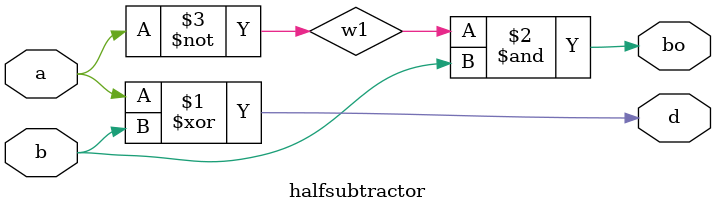
<source format=v>
module halfsubtractor(a,b,d,bo);
input a,b;
wire w1;
output d,bo;
xor g1(d,a,b);
not g2(w1,a);
and g3(bo,w1,b);
endmodule

</source>
